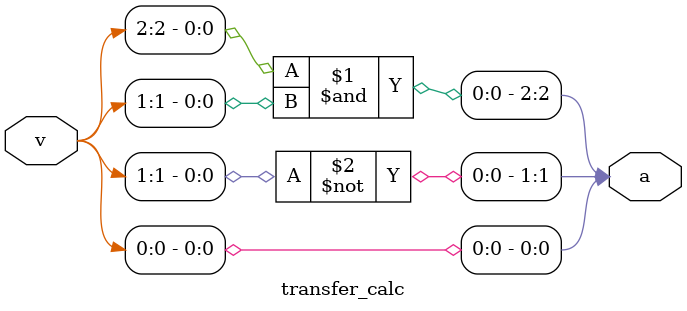
<source format=v>

module transfer_calc(v,a);
	input [2:0] v;
	output [2:0] a;
	
	//cach1: Truth table
	assign a[2] = v[2] & v[1];
	assign a[1] = ~v[1];
	assign a[0] = v[0];
	
	//cach2: dieu kien
	/*assign a = (v==3'b010) ? (3'b000) :
				  (v==3'b011) ? (3'b001) :
				  (v==3'b100) ? (3'b010) :
				  (v==3'b101) ? (3'b011) :
				  (v==3'b110) ? (3'b100) :
				  (v==3'b111) ? (3'b101) :
				  1'bx;*/
endmodule
</source>
